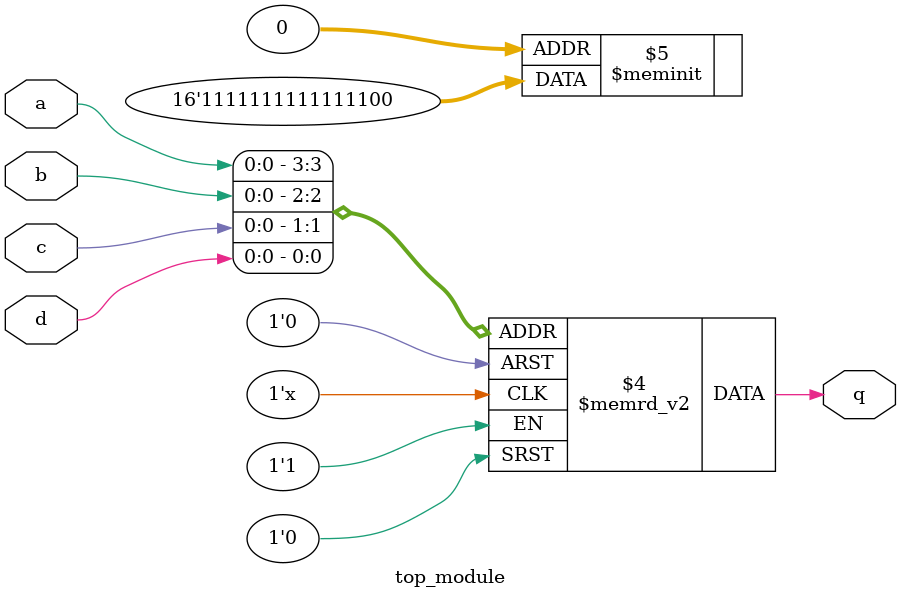
<source format=sv>
module top_module (
    input a, 
    input b, 
    input c, 
    input d,
    output reg q
);

    always @(*) begin
        case({a, b, c, d})
            4'b0000: q = 1'b0;
            4'b0001: q = 1'b0;
            4'b0010: q = 1'b1;
            4'b0011: q = 1'b1;
            4'b0100: q = 1'b1;
            4'b0101: q = 1'b1;
            4'b0110: q = 1'b1;
            4'b0111: q = 1'b1;
            4'b1000: q = 1'b1;
            4'b1001: q = 1'b1;
            4'b1010: q = 1'b1;
            4'b1011: q = 1'b1;
            4'b1100: q = 1'b1;
            4'b1101: q = 1'b1;
            4'b1110: q = 1'b1;
            4'b1111: q = 1'b1;
            default: q = 1'b0;
        endcase
    end
    
endmodule

</source>
